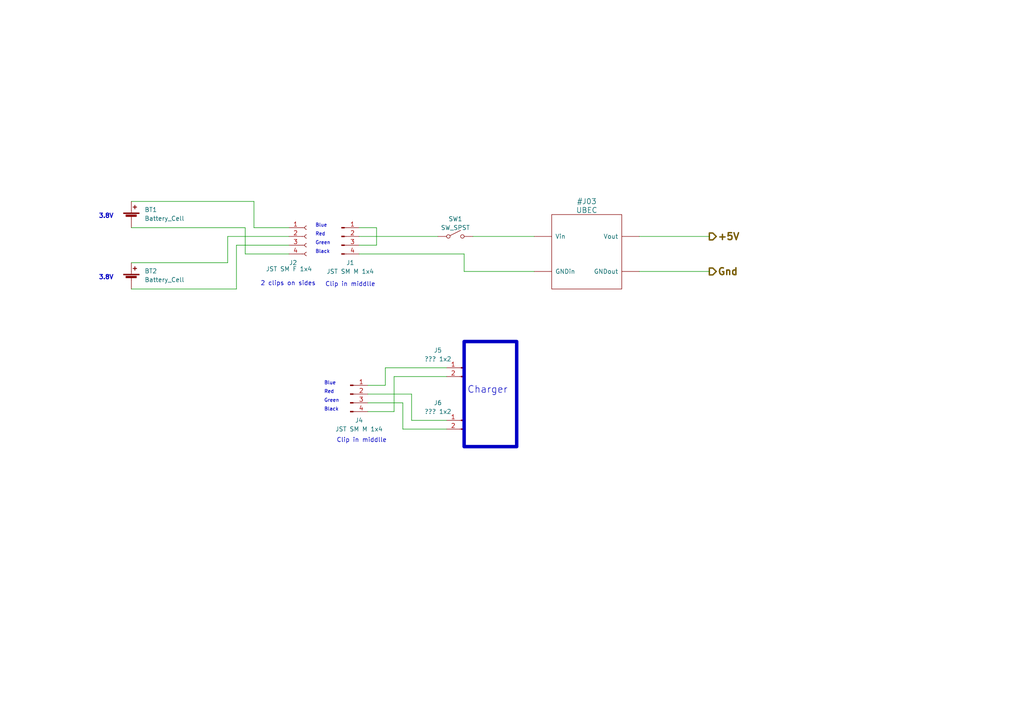
<source format=kicad_sch>
(kicad_sch (version 20250114) (generator "eeschema") (generator_version "9.0")
  (paper "A4")
  (title_block (title "UniRemoteCYD") (date "2025-05-08") (rev "Rev 0.9") (company "https://github.com/Mark-MDO47"))
  (lib_symbols
    (symbol "Connector:Conn_01x02_Pin" (pin_names (offset 1.016) (hide yes))
      (property "Reference" "J" (at 0 2.54 0))
      (property "Value" "Conn_01x02_Pin" (at 0 -5.08 0))
      (symbol "Conn_01x02_Pin_1_1"
        (rectangle (start 0.8636 0.127) (end 0 -0.127) (stroke (width 0.1524)) (fill (type outline)))
        (rectangle (start 0.8636 -2.413) (end 0 -2.667) (stroke (width 0.1524)) (fill (type outline)))
        (polyline (pts (xy 1.27 0) (xy 0.8636 0)) (stroke (width 0.1524)))
        (polyline (pts (xy 1.27 -2.54) (xy 0.8636 -2.54)) (stroke (width 0.1524)))
        (pin passive line (at 5.08 0 180) (length 3.81) (name "Pin_1") (number "1"))
        (pin passive line (at 5.08 -2.54 180) (length 3.81) (name "Pin_2") (number "2"))
      )
    )
    (symbol "Connector:Conn_01x04_Pin" (pin_names (offset 1.016) (hide yes))
      (property "Reference" "J" (at 0 5.08 0))
      (property "Value" "Conn_01x04_Pin" (at 0 -7.62 0))
      (symbol "Conn_01x04_Pin_1_1"
        (rectangle (start 0.8636 2.667) (end 0 2.413) (stroke (width 0.1524)) (fill (type outline)))
        (rectangle (start 0.8636 0.127) (end 0 -0.127) (stroke (width 0.1524)) (fill (type outline)))
        (rectangle (start 0.8636 -2.413) (end 0 -2.667) (stroke (width 0.1524)) (fill (type outline)))
        (rectangle (start 0.8636 -4.953) (end 0 -5.207) (stroke (width 0.1524)) (fill (type outline)))
        (polyline (pts (xy 1.27 2.54) (xy 0.8636 2.54)) (stroke (width 0.1524)))
        (polyline (pts (xy 1.27 0) (xy 0.8636 0)) (stroke (width 0.1524)))
        (polyline (pts (xy 1.27 -2.54) (xy 0.8636 -2.54)) (stroke (width 0.1524)))
        (polyline (pts (xy 1.27 -5.08) (xy 0.8636 -5.08)) (stroke (width 0.1524)))
        (pin passive line (at 5.08 2.54 180) (length 3.81) (name "Pin_1") (number "1"))
        (pin passive line (at 5.08 0 180) (length 3.81) (name "Pin_2") (number "2"))
        (pin passive line (at 5.08 -2.54 180) (length 3.81) (name "Pin_3") (number "3"))
        (pin passive line (at 5.08 -5.08 180) (length 3.81) (name "Pin_4") (number "4"))
      )
    )
    (symbol "Connector:Conn_01x04_Socket" (pin_names (offset 1.016) (hide yes))
      (property "Reference" "J" (at 0 5.08 0))
      (property "Value" "Conn_01x04_Socket" (at 0 -7.62 0))
      (symbol "Conn_01x04_Socket_1_1"
        (polyline (pts (xy -1.27 2.54) (xy -0.508 2.54)) (stroke (width 0.1524)))
        (polyline (pts (xy -1.27 0) (xy -0.508 0)) (stroke (width 0.1524)))
        (polyline (pts (xy -1.27 -2.54) (xy -0.508 -2.54)) (stroke (width 0.1524)))
        (polyline (pts (xy -1.27 -5.08) (xy -0.508 -5.08)) (stroke (width 0.1524)))
        (arc (start 0 2.032) (mid -0.5058 2.54) (end 0 3.048) (stroke (width 0.1524)))
        (arc (start 0 -0.508) (mid -0.5058 0) (end 0 0.508) (stroke (width 0.1524)))
        (arc (start 0 -3.048) (mid -0.5058 -2.54) (end 0 -2.032) (stroke (width 0.1524)))
        (arc (start 0 -5.588) (mid -0.5058 -5.08) (end 0 -4.572) (stroke (width 0.1524)))
        (pin passive line (at -5.08 2.54 0) (length 3.81) (name "Pin_1") (number "1"))
        (pin passive line (at -5.08 0 0) (length 3.81) (name "Pin_2") (number "2"))
        (pin passive line (at -5.08 -2.54 0) (length 3.81) (name "Pin_3") (number "3"))
        (pin passive line (at -5.08 -5.08 0) (length 3.81) (name "Pin_4") (number "4"))
      )
    )
    (symbol "Device:Battery_Cell" (pin_numbers (hide yes)) (pin_names (offset 0) (hide yes))
      (property "Reference" "BT" (at 2.54 2.54 0))
      (property "Value" "Battery_Cell" (at 2.54 0 0))
      (symbol "Battery_Cell_0_1"
        (rectangle (start -2.286 1.778) (end 2.286 1.524) (fill (type outline)))
        (rectangle (start -1.5748 1.1938) (end 1.4732 0.6858) (fill (type outline)))
        (polyline (pts (xy 0 1.778) (xy 0 2.54)))
        (polyline (pts (xy 0 0.762) (xy 0 0)))
        (polyline (pts (xy 0.508 3.429) (xy 1.524 3.429)) (stroke (width 0.254)))
        (polyline (pts (xy 1.016 3.937) (xy 1.016 2.921)) (stroke (width 0.254)))
      )
      (symbol "Battery_Cell_1_1"
        (pin passive line (at 0 5.08 270) (length 2.54) (name "+") (number "1"))
        (pin passive line (at 0 -2.54 90) (length 2.54) (name "-") (number "2"))
      )
    )
    (symbol "MDO:SW_SPST" (pin_names (offset 0) (hide yes))
      (property "Reference" "SW" (at 0 3.175 0))
      (property "Value" "SW_SPST" (at 0 -2.54 0))
      (symbol "SW_SPST_0_0"
        (circle (center -2.032 0) (radius 0.508))
        (polyline (pts (xy -1.524 0.254) (xy 1.524 1.778)))
        (circle (center 2.032 0) (radius 0.508))
      )
      (symbol "SW_SPST_1_1"
        (pin passive line (at -5.08 0 0) (length 2.54) (name "A") (number "~"))
        (pin passive line (at 5.08 0 180) (length 2.54) (name "B") (number "~"))
      )
    )
    (symbol "MDO:UBEC" (power) (pin_names (offset 1.016))
      (property "Reference" "J" (at 0 0 0))
      (property "Value" "UBEC" (at 0 2.54 0))
      (symbol "UBEC_0_1"
        (rectangle (start -7.62 12.7) (end 12.7 -8.89))
      )
      (symbol "UBEC_1_0"
        (pin input line (at -12.7 6.35 0) (length 5.08) (name "Vin") (number "~"))
        (pin input line (at -12.7 -3.81 0) (length 5.08) (name "GNDin") (number "~"))
        (pin input line (at 17.78 6.35 180) (length 5.08) (name "Vout") (number "~"))
        (pin input line (at 17.78 -3.81 180) (length 5.08) (name "GNDout") (number "~"))
      )
    )
  )
  (rectangle (start 134.62 99.06) (end 149.86 129.54) (stroke (width 1)))
  (text "Charger" (at 147.32 114.3 0) (effects (font (size 2 2)) (justify right bottom)))
  (text "Black" (at 91.44 73.66 0) (effects (font (size 1 1)) (justify left bottom)))
  (text "Clip in middlle" (at 101.6 82.55 0) (effects (font (size 1.27 1.27))))
  (text "Green" (at 91.44 71.12 0) (effects (font (size 1 1)) (justify left bottom)))
  (text "Blue" (at 91.44 66.04 0) (effects (font (size 1 1)) (justify left bottom)))
  (text "Green" (at 93.98 116.84 0) (effects (font (size 1 1)) (justify left bottom)))
  (text "Blue" (at 93.98 111.76 0) (effects (font (size 1 1)) (justify left bottom)))
  (text "3.8V" (at 33.02 81.28 0) (effects (font (size 1.27 1.27) (bold yes)) (justify right bottom)))
  (text "2 clips on sides" (at 83.566 82.296 0) (effects (font (size 1.27 1.27))))
  (text "3.8V" (at 33.02 63.5 0) (effects (font (size 1.27 1.27) (bold yes)) (justify right bottom)))
  (text "Red" (at 91.44 68.58 0) (effects (font (size 1 1)) (justify left bottom)))
  (text "Red" (at 93.98 114.3 0) (effects (font (size 1 1)) (justify left bottom)))
  (text "Black" (at 93.98 119.38 0) (effects (font (size 1 1)) (justify left bottom)))
  (text "Clip in middlle" (at 104.902 127.762 0) (effects (font (size 1.27 1.27))))
  (wire (pts (xy 66.04 68.58) (xy 83.82 68.58)))
  (wire (pts (xy 83.82 71.12) (xy 68.58 71.12)))
  (wire (pts (xy 104.14 66.04) (xy 109.22 66.04)))
  (wire (pts (xy 73.66 66.04) (xy 83.82 66.04)))
  (wire (pts (xy 104.14 71.12) (xy 109.22 71.12)))
  (wire (pts (xy 68.58 71.12) (xy 68.58 83.82)))
  (wire (pts (xy 119.38 114.3) (xy 119.38 121.92)))
  (wire (pts (xy 116.84 124.46) (xy 129.54 124.46)))
  (wire (pts (xy 185.42 68.58) (xy 205.74 68.58)))
  (wire (pts (xy 185.42 78.74) (xy 205.74 78.74)))
  (wire (pts (xy 114.3 109.22) (xy 129.54 109.22)))
  (wire (pts (xy 73.66 58.42) (xy 73.66 66.04)))
  (wire (pts (xy 71.12 73.66) (xy 83.82 73.66)))
  (wire (pts (xy 38.1 58.42) (xy 73.66 58.42)))
  (wire (pts (xy 106.68 111.76) (xy 111.76 111.76)))
  (wire (pts (xy 111.76 106.68) (xy 129.54 106.68)))
  (wire (pts (xy 106.68 114.3) (xy 119.38 114.3)))
  (wire (pts (xy 111.76 111.76) (xy 111.76 106.68)))
  (wire (pts (xy 71.12 66.04) (xy 71.12 73.66)))
  (wire (pts (xy 106.68 116.84) (xy 116.84 116.84)))
  (wire (pts (xy 66.04 76.2) (xy 66.04 68.58)))
  (wire (pts (xy 119.38 121.92) (xy 129.54 121.92)))
  (wire (pts (xy 134.62 73.66) (xy 134.62 78.74)))
  (wire (pts (xy 134.62 78.74) (xy 154.94 78.74)))
  (wire (pts (xy 38.1 76.2) (xy 66.04 76.2)))
  (wire (pts (xy 38.1 66.04) (xy 71.12 66.04)))
  (wire (pts (xy 137.16 68.58) (xy 154.94 68.58)))
  (wire (pts (xy 109.22 66.04) (xy 109.22 71.12)))
  (wire (pts (xy 116.84 116.84) (xy 116.84 124.46)))
  (wire (pts (xy 114.3 119.38) (xy 114.3 109.22)))
  (wire (pts (xy 38.1 83.82) (xy 68.58 83.82)))
  (wire (pts (xy 104.14 68.58) (xy 127 68.58)))
  (wire (pts (xy 106.68 119.38) (xy 114.3 119.38)))
  (wire (pts (xy 104.14 73.66) (xy 134.62 73.66)))
  (hierarchical_label "+5V" (shape output) (at 205.74 68.58 0) (effects (font (size 2 2) (thickness 0.4) (bold yes))))
  (hierarchical_label "Gnd" (shape output) (at 205.74 78.74 0) (effects (font (size 2 2) (thickness 0.4) (bold yes))))
  (symbol (lib_id "MDO:SW_SPST") (at 132.08 68.58 0) (unit 1)
    (property "Reference" "SW1" (at 132.08 63.5 0))
    (property "Value" "SW_SPST" (at 132.08 66.04 0))
  )
  (symbol (lib_id "Connector:Conn_01x04_Socket") (at 88.9 68.58 0) (unit 1)
    (property "Reference" "J2" (at 83.82 76.2 0) (effects (justify left)))
    (property "Value" "JST SM F 1x4" (at 83.82 78.74 0) (effects (justify bottom)))
  )
  (symbol (lib_id "MDO:UBEC") (at 167.64 74.93 0) (unit 1)
    (property "Reference" "J03" (at 170.18 58.42 0) (effects (font (size 1.524 1.524))))
    (property "Value" "UBEC" (at 170.18 60.96 0) (effects (font (size 1.524 1.524))))
  )
  (symbol (lib_id "Connector:Conn_01x02_Pin") (at 134.62 106.68 0) (mirror y) (unit 1)
    (property "Reference" "J5" (at 127 101.6 0))
    (property "Value" "??? 1x2" (at 127 104.14 0))
  )
  (symbol (lib_id "Connector:Conn_01x04_Pin") (at 99.06 68.58 0) (unit 1)
    (property "Reference" "J1" (at 101.6 76.2 0))
    (property "Value" "JST SM M 1x4" (at 101.6 78.74 0))
  )
  (symbol (lib_id "Connector:Conn_01x04_Pin") (at 101.6 114.3 0) (unit 1)
    (property "Reference" "J4" (at 104.14 121.92 0))
    (property "Value" "JST SM M 1x4" (at 104.14 124.46 0))
  )
  (symbol (lib_id "Device:Battery_Cell") (at 38.1 63.5 0) (unit 1)
    (property "Reference" "BT1" (at 41.91 60.833 0) (effects (justify left)))
    (property "Value" "Battery_Cell" (at 41.91 63.373 0) (effects (justify left)))
  )
  (symbol (lib_id "Connector:Conn_01x02_Pin") (at 134.62 121.92 0) (mirror y) (unit 1)
    (property "Reference" "J6" (at 127 116.84 0))
    (property "Value" "??? 1x2" (at 127 119.38 0))
  )
  (symbol (lib_id "Device:Battery_Cell") (at 38.1 81.28 0) (unit 1)
    (property "Reference" "BT2" (at 41.91 78.613 0) (effects (justify left)))
    (property "Value" "Battery_Cell" (at 41.91 81.153 0) (effects (justify left)))
  )
)
</source>
